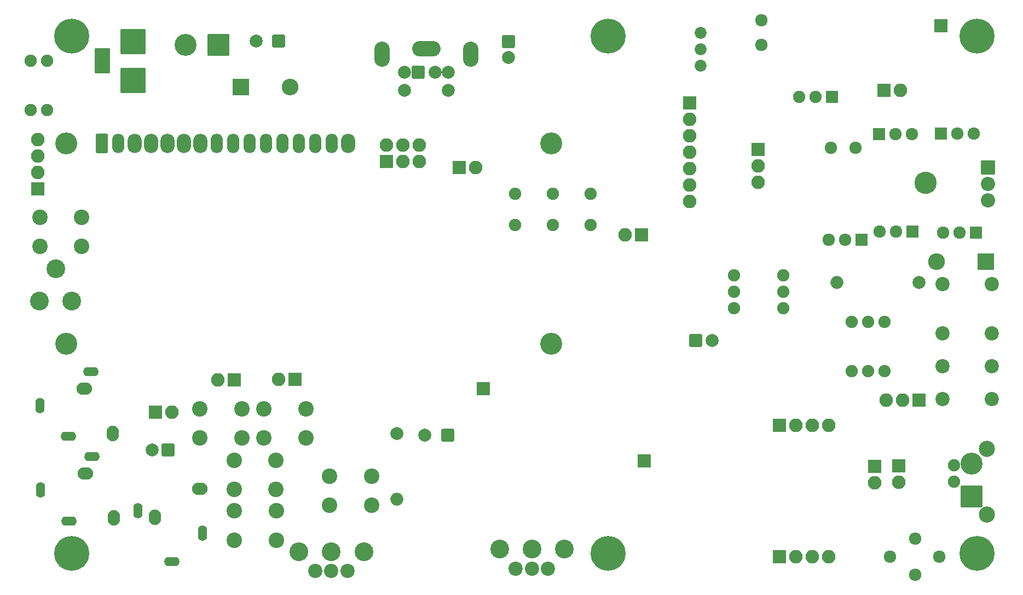
<source format=gbr>
%TF.GenerationSoftware,KiCad,Pcbnew,(6.0.11)*%
%TF.CreationDate,2023-06-06T23:57:56-05:00*%
%TF.ProjectId,RFBitBangSMT,52464269-7442-4616-9e67-534d542e6b69,rev?*%
%TF.SameCoordinates,Original*%
%TF.FileFunction,Soldermask,Bot*%
%TF.FilePolarity,Negative*%
%FSLAX46Y46*%
G04 Gerber Fmt 4.6, Leading zero omitted, Abs format (unit mm)*
G04 Created by KiCad (PCBNEW (6.0.11)) date 2023-06-06 23:57:56*
%MOMM*%
%LPD*%
G01*
G04 APERTURE LIST*
G04 Aperture macros list*
%AMRoundRect*
0 Rectangle with rounded corners*
0 $1 Rounding radius*
0 $2 $3 $4 $5 $6 $7 $8 $9 X,Y pos of 4 corners*
0 Add a 4 corners polygon primitive as box body*
4,1,4,$2,$3,$4,$5,$6,$7,$8,$9,$2,$3,0*
0 Add four circle primitives for the rounded corners*
1,1,$1+$1,$2,$3*
1,1,$1+$1,$4,$5*
1,1,$1+$1,$6,$7*
1,1,$1+$1,$8,$9*
0 Add four rect primitives between the rounded corners*
20,1,$1+$1,$2,$3,$4,$5,0*
20,1,$1+$1,$4,$5,$6,$7,0*
20,1,$1+$1,$6,$7,$8,$9,0*
20,1,$1+$1,$8,$9,$2,$3,0*%
G04 Aperture macros list end*
%ADD10RoundRect,0.200000X-0.800000X0.800000X-0.800000X-0.800000X0.800000X-0.800000X0.800000X0.800000X0*%
%ADD11C,2.000000*%
%ADD12RoundRect,0.200000X0.800000X0.800000X-0.800000X0.800000X-0.800000X-0.800000X0.800000X-0.800000X0*%
%ADD13RoundRect,0.200000X-1.100000X-1.100000X1.100000X-1.100000X1.100000X1.100000X-1.100000X1.100000X0*%
%ADD14O,2.600000X2.600000*%
%ADD15RoundRect,0.200000X1.500000X1.500000X-1.500000X1.500000X-1.500000X-1.500000X1.500000X-1.500000X0*%
%ADD16C,3.400000*%
%ADD17RoundRect,0.200000X-1.750000X1.750000X-1.750000X-1.750000X1.750000X-1.750000X1.750000X1.750000X0*%
%ADD18RoundRect,0.200000X-1.000000X1.750000X-1.000000X-1.750000X1.000000X-1.750000X1.000000X1.750000X0*%
%ADD19RoundRect,0.200000X0.850000X0.850000X-0.850000X0.850000X-0.850000X-0.850000X0.850000X-0.850000X0*%
%ADD20O,2.100000X2.100000*%
%ADD21RoundRect,0.200000X0.760000X-0.760000X0.760000X0.760000X-0.760000X0.760000X-0.760000X-0.760000X0*%
%ADD22C,1.920000*%
%ADD23C,2.400000*%
%ADD24C,1.900000*%
%ADD25RoundRect,0.200000X0.850000X-0.850000X0.850000X0.850000X-0.850000X0.850000X-0.850000X-0.850000X0*%
%ADD26RoundRect,0.200000X-0.760000X0.760000X-0.760000X-0.760000X0.760000X-0.760000X0.760000X0.760000X0*%
%ADD27C,2.900000*%
%ADD28RoundRect,0.200000X-0.850000X-0.850000X0.850000X-0.850000X0.850000X0.850000X-0.850000X0.850000X0*%
%ADD29C,2.500000*%
%ADD30RoundRect,0.200000X1.500000X-1.500000X1.500000X1.500000X-1.500000X1.500000X-1.500000X-1.500000X0*%
%ADD31C,2.200000*%
%ADD32RoundRect,0.200000X-0.800000X-0.800000X0.800000X-0.800000X0.800000X0.800000X-0.800000X0.800000X0*%
%ADD33C,1.924000*%
%ADD34RoundRect,0.200000X-0.850000X0.850000X-0.850000X-0.850000X0.850000X-0.850000X0.850000X0.850000X0*%
%ADD35O,2.400000X3.900000*%
%ADD36O,4.400000X2.400000*%
%ADD37C,3.448000*%
%ADD38C,1.840000*%
%ADD39C,5.400000*%
%ADD40RoundRect,0.200000X1.100000X1.100000X-1.100000X1.100000X-1.100000X-1.100000X1.100000X-1.100000X0*%
%ADD41O,2.000000X2.000000*%
%ADD42RoundRect,0.200000X-0.900000X0.900000X-0.900000X-0.900000X0.900000X-0.900000X0.900000X0.900000X0*%
%ADD43O,2.200000X2.200000*%
%ADD44O,1.400000X2.400000*%
%ADD45O,2.400000X1.400000*%
%ADD46O,2.400000X1.900000*%
%ADD47O,1.900000X2.400000*%
%ADD48RoundRect,0.200000X0.750000X0.750000X-0.750000X0.750000X-0.750000X-0.750000X0.750000X-0.750000X0*%
%ADD49RoundRect,0.200000X-0.750000X-1.300000X0.750000X-1.300000X0.750000X1.300000X-0.750000X1.300000X0*%
%ADD50O,1.900000X3.000000*%
%ADD51O,2.200000X3.000000*%
G04 APERTURE END LIST*
D10*
%TO.C,C6*%
X113030000Y-61297500D03*
D11*
X113030000Y-63797500D03*
%TD*%
D12*
%TO.C,C19*%
X60420000Y-124440000D03*
D11*
X57920000Y-124440000D03*
%TD*%
D13*
%TO.C,D1*%
X71650000Y-68330000D03*
D14*
X79270000Y-68330000D03*
%TD*%
D15*
%TO.C,J1*%
X68195000Y-61835000D03*
D16*
X63115000Y-61835000D03*
%TD*%
D17*
%TO.C,J2*%
X54955000Y-67305000D03*
X54955000Y-61305000D03*
D18*
X50255000Y-64305000D03*
%TD*%
D19*
%TO.C,J5*%
X40220000Y-84090000D03*
D20*
X40220000Y-81550000D03*
X40220000Y-79010000D03*
X40220000Y-76470000D03*
%TD*%
D21*
%TO.C,Q3*%
X170350000Y-75630000D03*
D22*
X172890000Y-75630000D03*
X175430000Y-75630000D03*
%TD*%
D23*
%TO.C,SW1*%
X40550000Y-93020000D03*
X47050000Y-93020000D03*
X40550000Y-88520000D03*
X47050000Y-88520000D03*
%TD*%
%TO.C,SW2*%
X77100000Y-126080000D03*
X70600000Y-126080000D03*
X77100000Y-130580000D03*
X70600000Y-130580000D03*
%TD*%
%TO.C,SW3*%
X71778000Y-118110000D03*
X65278000Y-118110000D03*
X65278000Y-122610000D03*
X71778000Y-122610000D03*
%TD*%
%TO.C,SW4*%
X75184000Y-118110000D03*
X81684000Y-118110000D03*
X81684000Y-122610000D03*
X75184000Y-122610000D03*
%TD*%
%TO.C,SW5*%
X77130000Y-133910000D03*
X70630000Y-133910000D03*
X77130000Y-138410000D03*
X70630000Y-138410000D03*
%TD*%
D24*
%TO.C,Y2*%
X125730000Y-84836000D03*
X125730000Y-89716000D03*
%TD*%
D25*
%TO.C,J9*%
X94130000Y-79900000D03*
D20*
X94130000Y-77360000D03*
X96670000Y-79900000D03*
X96670000Y-77360000D03*
X99210000Y-79900000D03*
X99210000Y-77360000D03*
%TD*%
D26*
%TO.C,Q5*%
X185340000Y-90830000D03*
D22*
X182800000Y-90830000D03*
X180260000Y-90830000D03*
%TD*%
D26*
%TO.C,Q6*%
X175560000Y-90680000D03*
D22*
X173020000Y-90680000D03*
X170480000Y-90680000D03*
%TD*%
D21*
%TO.C,Q7*%
X179960000Y-75520000D03*
D22*
X182500000Y-75520000D03*
X185040000Y-75520000D03*
%TD*%
D27*
%TO.C,RV3*%
X40520000Y-101455000D03*
X43020000Y-96415000D03*
X45520000Y-101455000D03*
%TD*%
D25*
%TO.C,JP3*%
X105410000Y-80772000D03*
D20*
X107950000Y-80772000D03*
%TD*%
D28*
%TO.C,JP4*%
X169660000Y-126990000D03*
D20*
X169660000Y-129530000D03*
%TD*%
D28*
%TO.C,JP5*%
X151670000Y-77990000D03*
D20*
X151670000Y-80530000D03*
X151670000Y-83070000D03*
%TD*%
D29*
%TO.C,J12*%
X187025000Y-134505000D03*
X187025000Y-124345000D03*
D24*
X181945000Y-129425000D03*
D30*
X184673000Y-131711000D03*
D24*
X181945000Y-126885000D03*
D16*
X184673000Y-126631000D03*
%TD*%
D31*
%TO.C,RLY1*%
X187775000Y-98845000D03*
X187775000Y-106465000D03*
X187775000Y-111545000D03*
X187775000Y-116625000D03*
X180175000Y-98845000D03*
X180175000Y-106465000D03*
X180175000Y-111545000D03*
X180175000Y-116625000D03*
%TD*%
D25*
%TO.C,JP1*%
X171151000Y-68834000D03*
D20*
X173691000Y-68834000D03*
%TD*%
D32*
%TO.C,C40*%
X142020000Y-107560000D03*
D11*
X144520000Y-107560000D03*
%TD*%
D28*
%TO.C,JP2*%
X173430000Y-126910000D03*
D20*
X173430000Y-129450000D03*
%TD*%
D33*
%TO.C,T3*%
X172085000Y-140970000D03*
X179705000Y-140970000D03*
X175958500Y-143764000D03*
X175958500Y-138176000D03*
%TD*%
D26*
%TO.C,Q9*%
X167640000Y-91948000D03*
D22*
X165100000Y-91948000D03*
X162560000Y-91948000D03*
%TD*%
D34*
%TO.C,JP7*%
X176560000Y-116780000D03*
D20*
X174020000Y-116780000D03*
X171480000Y-116780000D03*
%TD*%
D24*
%TO.C,Y4*%
X119888000Y-84836000D03*
X119888000Y-89716000D03*
%TD*%
D12*
%TO.C,P1*%
X99075000Y-66075000D03*
D11*
X101675000Y-66075000D03*
X96975000Y-66075000D03*
X103775000Y-66075000D03*
X96975000Y-68875000D03*
X103775000Y-68875000D03*
D35*
X93525000Y-63225000D03*
X107225000Y-63225000D03*
D36*
X100375000Y-62425000D03*
%TD*%
D37*
%TO.C,J13*%
X177600000Y-83200000D03*
%TD*%
D38*
%TO.C,RV4*%
X142790000Y-59940000D03*
X142790000Y-62480000D03*
X142790000Y-65020000D03*
%TD*%
D39*
%TO.C,J3*%
X45500000Y-60500000D03*
%TD*%
%TO.C,J4*%
X185500000Y-60500000D03*
%TD*%
%TO.C,J6*%
X185500000Y-140500000D03*
%TD*%
%TO.C,J7*%
X45500000Y-140500000D03*
%TD*%
D24*
%TO.C,T4*%
X41656000Y-64262000D03*
X41656000Y-71882000D03*
X39116000Y-64262000D03*
X39116000Y-71882000D03*
%TD*%
%TO.C,Y5*%
X114046000Y-84836000D03*
X114046000Y-89716000D03*
%TD*%
D40*
%TO.C,D6*%
X186880000Y-95330000D03*
D14*
X179260000Y-95330000D03*
%TD*%
D11*
%TO.C,R41*%
X176530000Y-98552000D03*
D41*
X163830000Y-98552000D03*
%TD*%
D11*
%TO.C,L10*%
X95758000Y-121920000D03*
D41*
X95758000Y-132080000D03*
%TD*%
D28*
%TO.C,J14*%
X109190000Y-114970000D03*
%TD*%
%TO.C,J15*%
X134080000Y-126160000D03*
%TD*%
%TO.C,J16*%
X179900000Y-58900000D03*
%TD*%
D12*
%TO.C,C3*%
X77530000Y-61230000D03*
D11*
X74030000Y-61230000D03*
%TD*%
D33*
%TO.C,L4*%
X152146000Y-58039000D03*
X152146000Y-61849000D03*
%TD*%
%TO.C,L6*%
X162941000Y-77724000D03*
X166751000Y-77724000D03*
%TD*%
D24*
%TO.C,T1*%
X155560000Y-97500000D03*
X147940000Y-97500000D03*
X155560000Y-100040000D03*
X147940000Y-100040000D03*
X155560000Y-102580000D03*
X147940000Y-102580000D03*
%TD*%
%TO.C,T2*%
X171196000Y-112267997D03*
X171196000Y-104647997D03*
X168656000Y-112267997D03*
X168656000Y-104647997D03*
X166116000Y-112267997D03*
X166116000Y-104647997D03*
%TD*%
D42*
%TO.C,Q15*%
X187210000Y-80770000D03*
D43*
X187210000Y-83310000D03*
X187210000Y-85850000D03*
%TD*%
D34*
%TO.C,JP8*%
X133609000Y-91186000D03*
D20*
X131069000Y-91186000D03*
%TD*%
D39*
%TO.C,J20*%
X128500000Y-60500000D03*
%TD*%
%TO.C,J21*%
X128500000Y-140500000D03*
%TD*%
D31*
%TO.C,RV1*%
X88160000Y-143190000D03*
D27*
X90660000Y-140190000D03*
D31*
X85660000Y-143190000D03*
D27*
X85660000Y-140190000D03*
D31*
X83160000Y-143190000D03*
D27*
X80660000Y-140190000D03*
%TD*%
%TO.C,RV2*%
X121660000Y-139840000D03*
D31*
X119160000Y-142840000D03*
D27*
X116660000Y-139840000D03*
D31*
X116660000Y-142840000D03*
X114160000Y-142840000D03*
D27*
X111660000Y-139840000D03*
%TD*%
D28*
%TO.C,J10*%
X141110000Y-70780000D03*
D20*
X141110000Y-73320000D03*
X141110000Y-75860000D03*
X141110000Y-78400000D03*
X141110000Y-80940000D03*
X141110000Y-83480000D03*
X141110000Y-86020000D03*
%TD*%
D23*
%TO.C,SW6*%
X85344000Y-128524000D03*
X91844000Y-128524000D03*
X91844000Y-133024000D03*
X85344000Y-133024000D03*
%TD*%
D12*
%TO.C,C53*%
X103632000Y-122174000D03*
D11*
X100132000Y-122174000D03*
%TD*%
D25*
%TO.C,J17*%
X154940000Y-120650000D03*
D20*
X157480000Y-120650000D03*
X160020000Y-120650000D03*
X162560000Y-120650000D03*
%TD*%
D25*
%TO.C,J18*%
X154940000Y-140970000D03*
D20*
X157480000Y-140970000D03*
X160020000Y-140970000D03*
X162560000Y-140970000D03*
%TD*%
D44*
%TO.C,J19*%
X40562000Y-117602000D03*
D45*
X48462000Y-112402000D03*
D46*
X47462000Y-115002000D03*
D45*
X44962000Y-122402000D03*
D47*
X51862000Y-121902000D03*
%TD*%
D48*
%TO.C,Q16*%
X163068000Y-69850000D03*
D24*
X160528000Y-69850000D03*
X157988000Y-69850000D03*
%TD*%
D16*
%TO.C,DS1*%
X44620900Y-77070000D03*
X44620900Y-108070700D03*
X119620000Y-77070000D03*
X119619480Y-108070700D03*
D49*
X50120000Y-77070000D03*
D50*
X52660000Y-77070000D03*
D51*
X55200000Y-77070000D03*
X57740000Y-77070000D03*
X60280000Y-77070000D03*
X62820000Y-77070000D03*
X65360000Y-77070000D03*
D50*
X67900000Y-77070000D03*
X70440000Y-77070000D03*
X72980000Y-77070000D03*
X75520000Y-77070000D03*
X78060000Y-77070000D03*
X80600000Y-77070000D03*
X83140000Y-77070000D03*
X85680000Y-77070000D03*
D51*
X88220000Y-77070000D03*
%TD*%
D25*
%TO.C,J22*%
X58420000Y-118618000D03*
D20*
X60960000Y-118618000D03*
%TD*%
D34*
%TO.C,JP9*%
X80010000Y-113538000D03*
D20*
X77470000Y-113538000D03*
%TD*%
D45*
%TO.C,J8*%
X60960000Y-141776000D03*
D44*
X55760000Y-133876000D03*
D47*
X58360000Y-134876000D03*
D44*
X65760000Y-137376000D03*
D46*
X65260000Y-130476000D03*
%TD*%
D34*
%TO.C,JP6*%
X70670000Y-113670000D03*
D20*
X68130000Y-113670000D03*
%TD*%
D44*
%TO.C,J11*%
X40689000Y-130683000D03*
D45*
X48589000Y-125483000D03*
D46*
X47589000Y-128083000D03*
D45*
X45089000Y-135483000D03*
D47*
X51989000Y-134983000D03*
%TD*%
M02*

</source>
